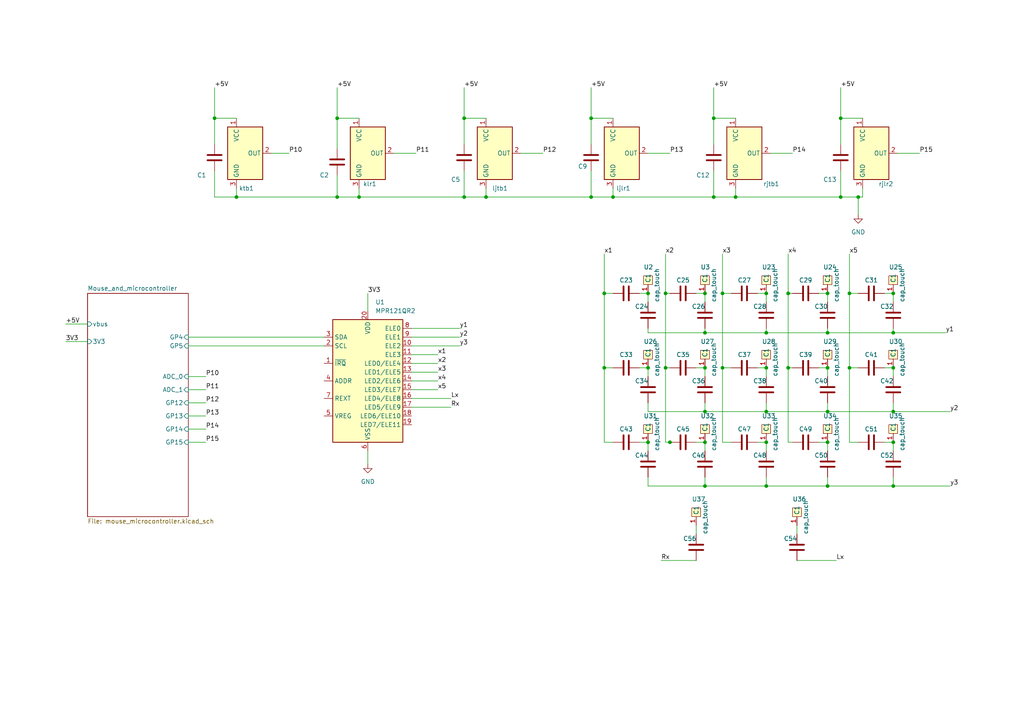
<source format=kicad_sch>
(kicad_sch (version 20230121) (generator eeschema)
  (paper "A4")
  (lib_symbols
    (symbol "Device:C" (pin_numbers hide) (pin_names (offset 0.254))
      (property "Reference" "C" (at 0.635 2.54 0))
      (property "Value" "C" (at 0.635 -2.54 0))
      (symbol "C_0_1"
        (polyline (pts (xy -2.032 -0.762) (xy 2.032 -0.762)) (stroke (width 0.508)))
        (polyline (pts (xy -2.032 0.762) (xy 2.032 0.762)) (stroke (width 0.508)))
      )
      (symbol "C_1_1"
        (pin passive line (at 0 3.81 270) (length 2.794) (name "~") (number "1"))
        (pin passive line (at 0 -3.81 90) (length 2.794) (name "~") (number "2"))
      )
    )
    (symbol "Sensor_Magnetic:DRV5055A1xDBZxQ1"
      (property "Reference" "U" (at 2.54 12.7 0))
      (property "Value" "DRV5055A1xDBZxQ1" (at 2.54 10.16 0))
      (symbol "DRV5055A1xDBZxQ1_1_1"
        (rectangle (start -5.08 7.62) (end 5.08 -7.62) (stroke (width 0.254)) (fill (type background)))
        (pin power_in line (at -2.54 10.16 270) (length 2.54) (name "VCC") (number "1"))
        (pin output line (at 7.62 0 180) (length 2.54) (name "OUT") (number "2"))
        (pin power_in line (at -2.54 -10.16 90) (length 2.54) (name "GND") (number "3"))
      )
    )
    (symbol "Sensor_Touch:MPR121QR2"
      (property "Reference" "U" (at -10.16 19.05 0))
      (property "Value" "MPR121QR2" (at 6.35 19.05 0))
      (symbol "MPR121QR2_0_1"
        (rectangle (start -10.16 17.78) (end 10.16 -17.78) (stroke (width 0.254)) (fill (type background)))
      )
      (symbol "MPR121QR2_1_1"
        (pin open_collector line (at -12.7 5.08 0) (length 2.54) (name "~{IRQ}") (number "1"))
        (pin passive line (at 12.7 10.16 180) (length 2.54) (name "ELE2") (number "10"))
        (pin passive line (at 12.7 7.62 180) (length 2.54) (name "ELE3") (number "11"))
        (pin passive line (at 12.7 5.08 180) (length 2.54) (name "LED0/ELE4") (number "12"))
        (pin passive line (at 12.7 2.54 180) (length 2.54) (name "LED1/ELE5") (number "13"))
        (pin passive line (at 12.7 0 180) (length 2.54) (name "LED2/ELE6") (number "14"))
        (pin passive line (at 12.7 -2.54 180) (length 2.54) (name "LED3/ELE7") (number "15"))
        (pin passive line (at 12.7 -5.08 180) (length 2.54) (name "LED4/ELE8") (number "16"))
        (pin passive line (at 12.7 -7.62 180) (length 2.54) (name "LED5/ELE9") (number "17"))
        (pin passive line (at 12.7 -10.16 180) (length 2.54) (name "LED6/ELE10") (number "18"))
        (pin passive line (at 12.7 -12.7 180) (length 2.54) (name "LED7/ELE11") (number "19"))
        (pin input line (at -12.7 10.16 0) (length 2.54) (name "SCL") (number "2"))
        (pin power_in line (at 0 20.32 270) (length 2.54) (name "VDD") (number "20"))
        (pin bidirectional line (at -12.7 12.7 0) (length 2.54) (name "SDA") (number "3"))
        (pin input line (at -12.7 0 0) (length 2.54) (name "ADDR") (number "4"))
        (pin passive line (at -12.7 -10.16 0) (length 2.54) (name "VREG") (number "5"))
        (pin power_in line (at 0 -20.32 90) (length 2.54) (name "VSS") (number "6"))
        (pin passive line (at -12.7 -5.08 0) (length 2.54) (name "REXT") (number "7"))
        (pin passive line (at 12.7 15.24 180) (length 2.54) (name "ELE0") (number "8"))
        (pin passive line (at 12.7 12.7 180) (length 2.54) (name "ELE1") (number "9"))
      )
    )
    (symbol "power:GND" (power) (pin_names (offset 0))
      (property "Value" "GND" (at 0 -3.81 0))
      (symbol "GND_0_1"
        (polyline (pts (xy 0 0) (xy 0 -1.27) (xy 1.27 -1.27) (xy 0 -2.54) (xy -1.27 -1.27) (xy 0 -1.27)))
      )
      (symbol "GND_1_1"
        (pin power_in line (at 0 0 270) (length 0) hide (name "GND") (number "1"))
      )
    )
    (symbol "touch_keys:cap_touch"
      (property "Reference" "U" (at 1.27 -8.89 0))
      (property "Value" "cap_touch" (at 2.54 1.27 90))
      (symbol "cap_touch_0_1"
        (rectangle (start -1.27 5.08) (end 1.27 2.54) (fill (type background)))
      )
      (symbol "cap_touch_1_1"
        (pin input line (at 0 0 90) (length 2.54) (name "C1") (number "1"))
      )
    )
  )
  (junction (at 140.97 57.15))
  (junction (at 222.25 119.38))
  (junction (at 222.25 85.09))
  (junction (at 204.47 85.09))
  (junction (at 134.62 57.15))
  (junction (at 207.01 34.29))
  (junction (at 246.38 85.09))
  (junction (at 259.08 128.27))
  (junction (at 222.25 140.97))
  (junction (at 207.01 57.15))
  (junction (at 204.47 140.97))
  (junction (at 68.58 57.15))
  (junction (at 209.55 85.09))
  (junction (at 240.03 96.52))
  (junction (at 204.47 119.38))
  (junction (at 240.03 128.27))
  (junction (at 213.36 57.15))
  (junction (at 246.38 106.68))
  (junction (at 240.03 106.68))
  (junction (at 209.55 106.68))
  (junction (at 171.45 57.15))
  (junction (at 175.26 106.68))
  (junction (at 222.25 106.68))
  (junction (at 240.03 85.09))
  (junction (at 104.14 57.15))
  (junction (at 175.26 85.09))
  (junction (at 259.08 119.38))
  (junction (at 97.79 57.15))
  (junction (at 204.47 96.52))
  (junction (at 187.96 85.09))
  (junction (at 243.84 57.15))
  (junction (at 222.25 128.27))
  (junction (at 204.47 128.27))
  (junction (at 193.04 85.09))
  (junction (at 240.03 119.38))
  (junction (at 228.6 85.09))
  (junction (at 193.04 106.68))
  (junction (at 243.84 34.29))
  (junction (at 228.6 106.68))
  (junction (at 204.47 106.68))
  (junction (at 177.8 57.15))
  (junction (at 259.08 96.52))
  (junction (at 194.31 128.27))
  (junction (at 171.45 34.29))
  (junction (at 97.79 34.29))
  (junction (at 134.62 34.29))
  (junction (at 62.23 34.29))
  (junction (at 248.92 57.15))
  (junction (at 187.96 106.68))
  (junction (at 187.96 128.27))
  (junction (at 259.08 85.09))
  (junction (at 259.08 140.97))
  (junction (at 259.08 106.68))
  (junction (at 240.03 140.97))
  (junction (at 222.25 96.52))
  (wire (pts (xy 204.47 106.68) (xy 204.47 109.22)))
  (wire (pts (xy 222.25 85.09) (xy 222.25 87.63)))
  (wire (pts (xy 222.25 119.38) (xy 204.47 119.38)))
  (wire (pts (xy 187.96 106.68) (xy 187.96 109.22)))
  (wire (pts (xy 259.08 106.68) (xy 259.08 109.22)))
  (wire (pts (xy 240.03 95.25) (xy 240.03 96.52)))
  (wire (pts (xy 228.6 106.68) (xy 228.6 85.09)))
  (wire (pts (xy 104.14 57.15) (xy 104.14 54.61)))
  (wire (pts (xy 175.26 85.09) (xy 177.8 85.09)))
  (wire (pts (xy 204.47 140.97) (xy 187.96 140.97)))
  (wire (pts (xy 68.58 57.15) (xy 68.58 54.61)))
  (wire (pts (xy 187.96 138.43) (xy 187.96 140.97)))
  (wire (pts (xy 119.38 105.41) (xy 127 105.41)))
  (wire (pts (xy 222.25 138.43) (xy 222.25 140.97)))
  (wire (pts (xy 219.71 85.09) (xy 222.25 85.09)))
  (wire (pts (xy 209.55 85.09) (xy 212.09 85.09)))
  (wire (pts (xy 237.49 106.68) (xy 240.03 106.68)))
  (wire (pts (xy 246.38 128.27) (xy 246.38 106.68)))
  (wire (pts (xy 201.93 106.68) (xy 204.47 106.68)))
  (wire (pts (xy 114.3 44.45) (xy 120.65 44.45)))
  (wire (pts (xy 185.42 85.09) (xy 187.96 85.09)))
  (wire (pts (xy 213.36 57.15) (xy 243.84 57.15)))
  (wire (pts (xy 256.54 85.09) (xy 259.08 85.09)))
  (wire (pts (xy 240.03 119.38) (xy 222.25 119.38)))
  (wire (pts (xy 250.19 57.15) (xy 248.92 57.15)))
  (wire (pts (xy 260.35 44.45) (xy 266.7 44.45)))
  (wire (pts (xy 219.71 128.27) (xy 222.25 128.27)))
  (wire (pts (xy 171.45 25.4) (xy 171.45 34.29)))
  (wire (pts (xy 54.61 97.79) (xy 93.98 97.79)))
  (wire (pts (xy 240.03 116.84) (xy 240.03 119.38)))
  (wire (pts (xy 140.97 57.15) (xy 171.45 57.15)))
  (wire (pts (xy 222.25 140.97) (xy 204.47 140.97)))
  (wire (pts (xy 240.03 140.97) (xy 222.25 140.97)))
  (wire (pts (xy 187.96 96.52) (xy 187.96 95.25)))
  (wire (pts (xy 204.47 96.52) (xy 187.96 96.52)))
  (wire (pts (xy 229.87 128.27) (xy 228.6 128.27)))
  (wire (pts (xy 62.23 34.29) (xy 68.58 34.29)))
  (wire (pts (xy 68.58 57.15) (xy 62.23 57.15)))
  (wire (pts (xy 68.58 57.15) (xy 97.79 57.15)))
  (wire (pts (xy 259.08 119.38) (xy 240.03 119.38)))
  (wire (pts (xy 194.31 128.27) (xy 193.04 128.27)))
  (wire (pts (xy 231.14 162.56) (xy 242.57 162.56)))
  (wire (pts (xy 259.08 140.97) (xy 275.59 140.97)))
  (wire (pts (xy 175.26 85.09) (xy 175.26 106.68)))
  (wire (pts (xy 62.23 25.4) (xy 62.23 34.29)))
  (wire (pts (xy 104.14 57.15) (xy 134.62 57.15)))
  (wire (pts (xy 240.03 106.68) (xy 240.03 109.22)))
  (wire (pts (xy 119.38 113.03) (xy 127 113.03)))
  (wire (pts (xy 222.25 95.25) (xy 222.25 96.52)))
  (wire (pts (xy 204.47 95.25) (xy 204.47 96.52)))
  (wire (pts (xy 193.04 106.68) (xy 193.04 85.09)))
  (wire (pts (xy 97.79 34.29) (xy 104.14 34.29)))
  (wire (pts (xy 246.38 85.09) (xy 248.92 85.09)))
  (wire (pts (xy 140.97 57.15) (xy 134.62 57.15)))
  (wire (pts (xy 240.03 138.43) (xy 240.03 140.97)))
  (wire (pts (xy 19.05 93.98) (xy 25.4 93.98)))
  (wire (pts (xy 213.36 57.15) (xy 207.01 57.15)))
  (wire (pts (xy 228.6 106.68) (xy 229.87 106.68)))
  (wire (pts (xy 119.38 100.33) (xy 133.35 100.33)))
  (wire (pts (xy 187.96 119.38) (xy 187.96 116.84)))
  (wire (pts (xy 193.04 128.27) (xy 193.04 106.68)))
  (wire (pts (xy 54.61 128.27) (xy 59.69 128.27)))
  (wire (pts (xy 259.08 96.52) (xy 240.03 96.52)))
  (wire (pts (xy 171.45 34.29) (xy 177.8 34.29)))
  (wire (pts (xy 201.93 128.27) (xy 204.47 128.27)))
  (wire (pts (xy 140.97 57.15) (xy 140.97 54.61)))
  (wire (pts (xy 54.61 100.33) (xy 93.98 100.33)))
  (wire (pts (xy 119.38 95.25) (xy 133.35 95.25)))
  (wire (pts (xy 97.79 25.4) (xy 97.79 34.29)))
  (wire (pts (xy 243.84 49.53) (xy 243.84 57.15)))
  (wire (pts (xy 97.79 57.15) (xy 104.14 57.15)))
  (wire (pts (xy 119.38 107.95) (xy 127 107.95)))
  (wire (pts (xy 259.08 138.43) (xy 259.08 140.97)))
  (wire (pts (xy 207.01 25.4) (xy 207.01 34.29)))
  (wire (pts (xy 185.42 106.68) (xy 187.96 106.68)))
  (wire (pts (xy 97.79 50.8) (xy 97.79 57.15)))
  (wire (pts (xy 62.23 41.91) (xy 62.23 34.29)))
  (wire (pts (xy 259.08 95.25) (xy 259.08 96.52)))
  (wire (pts (xy 191.77 162.56) (xy 201.93 162.56)))
  (wire (pts (xy 228.6 128.27) (xy 228.6 106.68)))
  (wire (pts (xy 175.26 73.66) (xy 175.26 85.09)))
  (wire (pts (xy 134.62 41.91) (xy 134.62 34.29)))
  (wire (pts (xy 97.79 43.18) (xy 97.79 34.29)))
  (wire (pts (xy 207.01 49.53) (xy 207.01 57.15)))
  (wire (pts (xy 54.61 116.84) (xy 59.69 116.84)))
  (wire (pts (xy 171.45 49.53) (xy 171.45 57.15)))
  (wire (pts (xy 246.38 106.68) (xy 246.38 85.09)))
  (wire (pts (xy 54.61 124.46) (xy 59.69 124.46)))
  (wire (pts (xy 259.08 119.38) (xy 275.59 119.38)))
  (wire (pts (xy 246.38 73.66) (xy 246.38 85.09)))
  (wire (pts (xy 243.84 25.4) (xy 243.84 34.29)))
  (wire (pts (xy 62.23 49.53) (xy 62.23 57.15)))
  (wire (pts (xy 134.62 49.53) (xy 134.62 57.15)))
  (wire (pts (xy 248.92 57.15) (xy 248.92 62.23)))
  (wire (pts (xy 204.47 119.38) (xy 187.96 119.38)))
  (wire (pts (xy 259.08 140.97) (xy 240.03 140.97)))
  (wire (pts (xy 223.52 44.45) (xy 229.87 44.45)))
  (wire (pts (xy 54.61 109.22) (xy 59.69 109.22)))
  (wire (pts (xy 134.62 25.4) (xy 134.62 34.29)))
  (wire (pts (xy 177.8 57.15) (xy 207.01 57.15)))
  (wire (pts (xy 209.55 73.66) (xy 209.55 85.09)))
  (wire (pts (xy 231.14 152.4) (xy 231.14 154.94)))
  (wire (pts (xy 54.61 113.03) (xy 59.69 113.03)))
  (wire (pts (xy 204.47 85.09) (xy 204.47 87.63)))
  (wire (pts (xy 134.62 34.29) (xy 140.97 34.29)))
  (wire (pts (xy 259.08 116.84) (xy 259.08 119.38)))
  (wire (pts (xy 259.08 128.27) (xy 259.08 130.81)))
  (wire (pts (xy 204.47 116.84) (xy 204.47 119.38)))
  (wire (pts (xy 201.93 85.09) (xy 204.47 85.09)))
  (wire (pts (xy 175.26 106.68) (xy 177.8 106.68)))
  (wire (pts (xy 187.96 44.45) (xy 194.31 44.45)))
  (wire (pts (xy 177.8 57.15) (xy 177.8 54.61)))
  (wire (pts (xy 240.03 85.09) (xy 240.03 87.63)))
  (wire (pts (xy 193.04 85.09) (xy 194.31 85.09)))
  (wire (pts (xy 204.47 128.27) (xy 204.47 130.81)))
  (wire (pts (xy 119.38 102.87) (xy 127 102.87)))
  (wire (pts (xy 201.93 152.4) (xy 201.93 154.94)))
  (wire (pts (xy 212.09 128.27) (xy 209.55 128.27)))
  (wire (pts (xy 259.08 85.09) (xy 259.08 87.63)))
  (wire (pts (xy 171.45 41.91) (xy 171.45 34.29)))
  (wire (pts (xy 246.38 106.68) (xy 248.92 106.68)))
  (wire (pts (xy 250.19 57.15) (xy 250.19 54.61)))
  (wire (pts (xy 209.55 128.27) (xy 209.55 106.68)))
  (wire (pts (xy 193.04 73.66) (xy 193.04 85.09)))
  (wire (pts (xy 187.96 85.09) (xy 187.96 87.63)))
  (wire (pts (xy 222.25 116.84) (xy 222.25 119.38)))
  (wire (pts (xy 54.61 120.65) (xy 59.69 120.65)))
  (wire (pts (xy 193.04 106.68) (xy 194.31 106.68)))
  (wire (pts (xy 185.42 128.27) (xy 187.96 128.27)))
  (wire (pts (xy 219.71 106.68) (xy 222.25 106.68)))
  (wire (pts (xy 78.74 44.45) (xy 83.82 44.45)))
  (wire (pts (xy 209.55 106.68) (xy 209.55 85.09)))
  (wire (pts (xy 19.05 99.06) (xy 25.4 99.06)))
  (wire (pts (xy 256.54 128.27) (xy 259.08 128.27)))
  (wire (pts (xy 240.03 96.52) (xy 222.25 96.52)))
  (wire (pts (xy 248.92 128.27) (xy 246.38 128.27)))
  (wire (pts (xy 243.84 34.29) (xy 250.19 34.29)))
  (wire (pts (xy 207.01 41.91) (xy 207.01 34.29)))
  (wire (pts (xy 175.26 128.27) (xy 175.26 106.68)))
  (wire (pts (xy 177.8 128.27) (xy 175.26 128.27)))
  (wire (pts (xy 119.38 110.49) (xy 127 110.49)))
  (wire (pts (xy 209.55 106.68) (xy 212.09 106.68)))
  (wire (pts (xy 187.96 128.27) (xy 187.96 130.81)))
  (wire (pts (xy 119.38 97.79) (xy 133.35 97.79)))
  (wire (pts (xy 207.01 34.29) (xy 213.36 34.29)))
  (wire (pts (xy 248.92 57.15) (xy 243.84 57.15)))
  (wire (pts (xy 119.38 115.57) (xy 130.81 115.57)))
  (wire (pts (xy 222.25 106.68) (xy 222.25 109.22)))
  (wire (pts (xy 177.8 57.15) (xy 171.45 57.15)))
  (wire (pts (xy 259.08 96.52) (xy 274.32 96.52)))
  (wire (pts (xy 106.68 85.09) (xy 106.68 90.17)))
  (wire (pts (xy 119.38 118.11) (xy 130.81 118.11)))
  (wire (pts (xy 228.6 85.09) (xy 229.87 85.09)))
  (wire (pts (xy 195.58 128.27) (xy 194.31 128.27)))
  (wire (pts (xy 240.03 128.27) (xy 240.03 130.81)))
  (wire (pts (xy 243.84 41.91) (xy 243.84 34.29)))
  (wire (pts (xy 237.49 85.09) (xy 240.03 85.09)))
  (wire (pts (xy 228.6 73.66) (xy 228.6 85.09)))
  (wire (pts (xy 222.25 96.52) (xy 204.47 96.52)))
  (wire (pts (xy 106.68 130.81) (xy 106.68 134.62)))
  (wire (pts (xy 151.13 44.45) (xy 157.48 44.45)))
  (wire (pts (xy 256.54 106.68) (xy 259.08 106.68)))
  (wire (pts (xy 213.36 57.15) (xy 213.36 54.61)))
  (wire (pts (xy 222.25 128.27) (xy 222.25 130.81)))
  (wire (pts (xy 204.47 138.43) (xy 204.47 140.97)))
  (wire (pts (xy 237.49 128.27) (xy 240.03 128.27)))
  (label "+5V" (at 19.05 93.98 0))
  (label "x1" (at 127 102.87 0))
  (label "3V3" (at 19.05 99.06 0))
  (label "y3" (at 275.59 140.97 0))
  (label "P15" (at 266.7 44.45 0))
  (label "+5V" (at 62.23 25.4 0))
  (label "P14" (at 229.87 44.45 0))
  (label "+5V" (at 97.79 25.4 0))
  (label "y2" (at 133.35 97.79 0))
  (label "P15" (at 59.69 128.27 0))
  (label "+5V" (at 243.84 25.4 0))
  (label "x3" (at 209.55 73.66 0))
  (label "x3" (at 127 107.95 0))
  (label "y1" (at 274.32 96.52 0))
  (label "P10" (at 59.69 109.22 0))
  (label "x5" (at 127 113.03 0))
  (label "x4" (at 127 110.49 0))
  (label "3V3" (at 106.68 85.09 0))
  (label "Rx" (at 130.81 118.11 0))
  (label "Rx" (at 191.77 162.56 0))
  (label "Lx" (at 242.57 162.56 0))
  (label "Lx" (at 130.81 115.57 0))
  (label "+5V" (at 134.62 25.4 0))
  (label "P13" (at 194.31 44.45 0))
  (label "P14" (at 59.69 124.46 0))
  (label "P11" (at 59.69 113.03 0))
  (label "x5" (at 246.38 73.66 0))
  (label "y1" (at 133.35 95.25 0))
  (label "x2" (at 193.04 73.66 0))
  (label "P11" (at 120.65 44.45 0))
  (label "x2" (at 127 105.41 0))
  (label "P12" (at 59.69 116.84 0))
  (label "y3" (at 133.35 100.33 0))
  (label "P13" (at 59.69 120.65 0))
  (label "x4" (at 228.6 73.66 0))
  (label "P12" (at 157.48 44.45 0))
  (label "+5V" (at 171.45 25.4 0))
  (label "P10" (at 83.82 44.45 0))
  (label "y2" (at 275.59 119.38 0))
  (label "+5V" (at 207.01 25.4 0))
  (label "x1" (at 175.26 73.66 0))
  (symbol (lib_id "touch_keys:cap_touch") (at 222.25 128.27 0) (unit 1)
    (property "Reference" "U33" (at 220.98 120.65 0) (effects (justify left)))
    (property "Value" "cap_touch" (at 224.79 130.81 90) (effects (justify left)))
    (property "Footprint" "42QT1481:cap_touch" (effects hide))
  )
  (symbol (lib_id "touch_keys:cap_touch") (at 240.03 106.68 0) (unit 1)
    (property "Reference" "U29" (at 238.76 99.06 0) (effects (justify left)))
    (property "Value" "cap_touch" (at 242.57 109.22 90) (effects (justify left)))
    (property "Footprint" "42QT1481:cap_touch" (effects hide))
  )
  (symbol (lib_id "Sensor_Magnetic:DRV5055A1xDBZxQ1") (at 143.51 44.45 0) (unit 1)
    (property "Reference" "ljtb1" (at 147.32 54.61 0) (effects (justify right)))
    (property "Value" "DRV505" (effects hide))
    (property "Footprint" "Package_TO_SOT_SMD:SOT-23" (effects hide))
    (property "Datasheet" "https://www.ti.com/lit/ds/symlink/drv5055-q1.pdf" (effects hide))
  )
  (symbol (lib_id "Device:C") (at 252.73 85.09 90) (unit 1)
    (property "Reference" "C31" (at 252.73 81.28 90))
    (property "Value" "50pF" (effects hide))
    (property "Footprint" "Capacitor_Tantalum_SMD:CP_EIA-1608-10_AVX-L_Pad1.25x1.05mm_HandSolder" (effects hide))
  )
  (symbol (lib_id "Device:C") (at 62.23 45.72 0) (unit 1)
    (property "Reference" "C1" (at 57.15 50.8 0) (effects (justify left)))
    (property "Value" "0.01uf" (effects hide))
    (property "Footprint" "Capacitor_Tantalum_SMD:CP_EIA-3528-12_Kemet-T_Pad1.50x2.35mm_HandSolder" (effects hide))
  )
  (symbol (lib_id "Device:C") (at 181.61 106.68 90) (unit 1)
    (property "Reference" "C33" (at 181.61 102.87 90))
    (property "Value" "50pF" (effects hide))
    (property "Footprint" "Capacitor_Tantalum_SMD:CP_EIA-1608-10_AVX-L_Pad1.25x1.05mm_HandSolder" (effects hide))
  )
  (symbol (lib_id "Device:C") (at 215.9 106.68 90) (unit 1)
    (property "Reference" "C37" (at 215.9 102.87 90))
    (property "Value" "50pF" (effects hide))
    (property "Footprint" "Capacitor_Tantalum_SMD:CP_EIA-1608-10_AVX-L_Pad1.25x1.05mm_HandSolder" (effects hide))
  )
  (symbol (lib_id "touch_keys:cap_touch") (at 222.25 106.68 0) (unit 1)
    (property "Reference" "U28" (at 220.98 99.06 0) (effects (justify left)))
    (property "Value" "cap_touch" (at 224.79 109.22 90) (effects (justify left)))
    (property "Footprint" "42QT1481:cap_touch" (effects hide))
  )
  (symbol (lib_id "Device:C") (at 187.96 113.03 0) (unit 1)
    (property "Reference" "C34" (at 184.15 110.49 0) (effects (justify left)))
    (property "Value" "50pF" (effects hide))
    (property "Footprint" "Capacitor_Tantalum_SMD:CP_EIA-1608-10_AVX-L_Pad1.25x1.05mm_HandSolder" (effects hide))
  )
  (symbol (lib_id "Device:C") (at 134.62 45.72 0) (unit 1)
    (property "Reference" "C5" (at 130.81 52.07 0) (effects (justify left)))
    (property "Value" "0.01uf" (effects hide))
    (property "Footprint" "Capacitor_Tantalum_SMD:CP_EIA-3528-12_Kemet-T_Pad1.50x2.35mm_HandSolder" (effects hide))
  )
  (symbol (lib_id "Device:C") (at 259.08 91.44 0) (unit 1)
    (property "Reference" "C32" (at 255.27 88.9 0) (effects (justify left)))
    (property "Value" "50pF" (effects hide))
    (property "Footprint" "Capacitor_Tantalum_SMD:CP_EIA-1608-10_AVX-L_Pad1.25x1.05mm_HandSolder" (effects hide))
  )
  (symbol (lib_id "Device:C") (at 187.96 91.44 0) (unit 1)
    (property "Reference" "C24" (at 184.15 88.9 0) (effects (justify left)))
    (property "Value" "50pF" (effects hide))
    (property "Footprint" "Capacitor_Tantalum_SMD:CP_EIA-1608-10_AVX-L_Pad1.25x1.05mm_HandSolder" (effects hide))
  )
  (symbol (lib_id "touch_keys:cap_touch") (at 204.47 106.68 0) (unit 1)
    (property "Reference" "U27" (at 203.2 99.06 0) (effects (justify left)))
    (property "Value" "cap_touch" (at 207.01 109.22 90) (effects (justify left)))
    (property "Footprint" "42QT1481:cap_touch" (effects hide))
  )
  (symbol (lib_id "Device:C") (at 231.14 158.75 0) (unit 1)
    (property "Reference" "C54" (at 227.33 156.21 0) (effects (justify left)))
    (property "Value" "50pF" (effects hide))
    (property "Footprint" "Capacitor_Tantalum_SMD:CP_EIA-1608-10_AVX-L_Pad1.25x1.05mm_HandSolder" (effects hide))
  )
  (symbol (lib_id "touch_keys:cap_touch") (at 187.96 128.27 0) (unit 1)
    (property "Reference" "U31" (at 186.69 120.65 0) (effects (justify left)))
    (property "Value" "cap_touch" (at 190.5 130.81 90) (effects (justify left)))
    (property "Footprint" "42QT1481:cap_touch" (effects hide))
  )
  (symbol (lib_id "touch_keys:cap_touch") (at 222.25 85.09 0) (unit 1)
    (property "Reference" "U23" (at 220.98 77.47 0) (effects (justify left)))
    (property "Value" "cap_touch" (at 224.79 87.63 90) (effects (justify left)))
    (property "Footprint" "42QT1481:cap_touch" (effects hide))
  )
  (symbol (lib_id "Device:C") (at 187.96 134.62 0) (unit 1)
    (property "Reference" "C44" (at 184.15 132.08 0) (effects (justify left)))
    (property "Value" "50pF" (effects hide))
    (property "Footprint" "Capacitor_Tantalum_SMD:CP_EIA-1608-10_AVX-L_Pad1.25x1.05mm_HandSolder" (effects hide))
  )
  (symbol (lib_id "Device:C") (at 252.73 106.68 90) (unit 1)
    (property "Reference" "C41" (at 252.73 102.87 90))
    (property "Value" "50pF" (effects hide))
    (property "Footprint" "Capacitor_Tantalum_SMD:CP_EIA-1608-10_AVX-L_Pad1.25x1.05mm_HandSolder" (effects hide))
  )
  (symbol (lib_id "power:GND") (at 106.68 134.62 0) (unit 1)
    (property "Reference" "#PWR01" (effects hide))
    (property "Value" "GND" (at 106.68 139.7 0))
  )
  (symbol (lib_id "Device:C") (at 198.12 128.27 90) (unit 1)
    (property "Reference" "C45" (at 198.12 124.46 90))
    (property "Value" "50pF" (effects hide))
    (property "Footprint" "Capacitor_Tantalum_SMD:CP_EIA-1608-10_AVX-L_Pad1.25x1.05mm_HandSolder" (effects hide))
  )
  (symbol (lib_id "Device:C") (at 252.73 128.27 90) (unit 1)
    (property "Reference" "C51" (at 252.73 124.46 90))
    (property "Value" "50pF" (effects hide))
    (property "Footprint" "Capacitor_Tantalum_SMD:CP_EIA-1608-10_AVX-L_Pad1.25x1.05mm_HandSolder" (effects hide))
  )
  (symbol (lib_id "Device:C") (at 233.68 85.09 90) (unit 1)
    (property "Reference" "C29" (at 233.68 81.28 90))
    (property "Value" "50pF" (effects hide))
    (property "Footprint" "Capacitor_Tantalum_SMD:CP_EIA-1608-10_AVX-L_Pad1.25x1.05mm_HandSolder" (effects hide))
  )
  (symbol (lib_id "Device:C") (at 240.03 113.03 0) (unit 1)
    (property "Reference" "C40" (at 236.22 110.49 0) (effects (justify left)))
    (property "Value" "50pF" (effects hide))
    (property "Footprint" "Capacitor_Tantalum_SMD:CP_EIA-1608-10_AVX-L_Pad1.25x1.05mm_HandSolder" (effects hide))
  )
  (symbol (lib_id "Device:C") (at 97.79 46.99 0) (unit 1)
    (property "Reference" "C2" (at 92.71 50.8 0) (effects (justify left)))
    (property "Value" "0.01uf" (effects hide))
    (property "Footprint" "Capacitor_Tantalum_SMD:CP_EIA-3528-12_Kemet-T_Pad1.50x2.35mm_HandSolder" (effects hide))
  )
  (symbol (lib_id "Device:C") (at 181.61 85.09 90) (unit 1)
    (property "Reference" "C23" (at 181.61 81.28 90))
    (property "Value" "50pF" (effects hide))
    (property "Footprint" "Capacitor_Tantalum_SMD:CP_EIA-1608-10_AVX-L_Pad1.25x1.05mm_HandSolder" (effects hide))
  )
  (symbol (lib_id "Sensor_Magnetic:DRV5055A1xDBZxQ1") (at 252.73 44.45 0) (unit 1)
    (property "Reference" "rjlr2" (at 259.08 53.34 0) (effects (justify right)))
    (property "Value" "DRV505" (effects hide))
    (property "Footprint" "Package_TO_SOT_SMD:SOT-23" (effects hide))
    (property "Datasheet" "https://www.ti.com/lit/ds/symlink/drv5055-q1.pdf" (effects hide))
  )
  (symbol (lib_id "Sensor_Magnetic:DRV5055A1xDBZxQ1") (at 106.68 44.45 0) (unit 1)
    (property "Reference" "klr1" (at 109.22 53.34 0) (effects (justify right)))
    (property "Footprint" "Package_TO_SOT_SMD:SOT-23" (effects hide))
    (property "Datasheet" "https://www.progrexa.com/file_PDF/OH49E.pdf" (effects hide))
  )
  (symbol (lib_id "touch_keys:cap_touch") (at 231.14 152.4 0) (unit 1)
    (property "Reference" "U36" (at 229.87 144.78 0) (effects (justify left)))
    (property "Value" "cap_touch" (at 233.68 154.94 90) (effects (justify left)))
    (property "Footprint" "42QT1481:cap_touch" (effects hide))
  )
  (symbol (lib_id "Device:C") (at 207.01 45.72 0) (unit 1)
    (property "Reference" "C12" (at 201.93 50.8 0) (effects (justify left)))
    (property "Value" "0.01uf" (effects hide))
    (property "Footprint" "Capacitor_Tantalum_SMD:CP_EIA-3528-12_Kemet-T_Pad1.50x2.35mm_HandSolder" (effects hide))
  )
  (symbol (lib_id "Device:C") (at 259.08 134.62 0) (unit 1)
    (property "Reference" "C52" (at 255.27 132.08 0) (effects (justify left)))
    (property "Value" "50pF" (effects hide))
    (property "Footprint" "Capacitor_Tantalum_SMD:CP_EIA-1608-10_AVX-L_Pad1.25x1.05mm_HandSolder" (effects hide))
  )
  (symbol (lib_id "Device:C") (at 204.47 113.03 0) (unit 1)
    (property "Reference" "C36" (at 200.66 110.49 0) (effects (justify left)))
    (property "Value" "50pF" (effects hide))
    (property "Footprint" "Capacitor_Tantalum_SMD:CP_EIA-1608-10_AVX-L_Pad1.25x1.05mm_HandSolder" (effects hide))
  )
  (symbol (lib_id "Device:C") (at 181.61 128.27 90) (unit 1)
    (property "Reference" "C43" (at 181.61 124.46 90))
    (property "Value" "50pF" (effects hide))
    (property "Footprint" "Capacitor_Tantalum_SMD:CP_EIA-1608-10_AVX-L_Pad1.25x1.05mm_HandSolder" (effects hide))
  )
  (symbol (lib_id "Device:C") (at 201.93 158.75 0) (unit 1)
    (property "Reference" "C56" (at 198.12 156.21 0) (effects (justify left)))
    (property "Value" "50pF" (effects hide))
    (property "Footprint" "Capacitor_Tantalum_SMD:CP_EIA-1608-10_AVX-L_Pad1.25x1.05mm_HandSolder" (effects hide))
  )
  (symbol (lib_id "Device:C") (at 222.25 134.62 0) (unit 1)
    (property "Reference" "C48" (at 218.44 132.08 0) (effects (justify left)))
    (property "Value" "50pF" (effects hide))
    (property "Footprint" "Capacitor_Tantalum_SMD:CP_EIA-1608-10_AVX-L_Pad1.25x1.05mm_HandSolder" (effects hide))
  )
  (symbol (lib_id "Device:C") (at 198.12 106.68 90) (unit 1)
    (property "Reference" "C35" (at 198.12 102.87 90))
    (property "Value" "50pF" (effects hide))
    (property "Footprint" "Capacitor_Tantalum_SMD:CP_EIA-1608-10_AVX-L_Pad1.25x1.05mm_HandSolder" (effects hide))
  )
  (symbol (lib_id "Device:C") (at 259.08 113.03 0) (unit 1)
    (property "Reference" "C42" (at 255.27 110.49 0) (effects (justify left)))
    (property "Value" "50pF" (effects hide))
    (property "Footprint" "Capacitor_Tantalum_SMD:CP_EIA-1608-10_AVX-L_Pad1.25x1.05mm_HandSolder" (effects hide))
  )
  (symbol (lib_id "Sensor_Magnetic:DRV5055A1xDBZxQ1") (at 215.9 44.45 0) (unit 1)
    (property "Reference" "rjtb1" (at 226.06 53.34 0) (effects (justify right)))
    (property "Value" "DRV505" (effects hide))
    (property "Footprint" "Package_TO_SOT_SMD:SOT-23" (effects hide))
    (property "Datasheet" "https://www.ti.com/lit/ds/symlink/drv5055-q1.pdf" (effects hide))
  )
  (symbol (lib_id "Device:C") (at 204.47 134.62 0) (unit 1)
    (property "Reference" "C46" (at 200.66 132.08 0) (effects (justify left)))
    (property "Value" "50pF" (effects hide))
    (property "Footprint" "Capacitor_Tantalum_SMD:CP_EIA-1608-10_AVX-L_Pad1.25x1.05mm_HandSolder" (effects hide))
  )
  (symbol (lib_id "Device:C") (at 215.9 85.09 90) (unit 1)
    (property "Reference" "C27" (at 215.9 81.28 90))
    (property "Value" "50pF" (effects hide))
    (property "Footprint" "Capacitor_Tantalum_SMD:CP_EIA-1608-10_AVX-L_Pad1.25x1.05mm_HandSolder" (effects hide))
  )
  (symbol (lib_id "touch_keys:cap_touch") (at 259.08 106.68 0) (unit 1)
    (property "Reference" "U30" (at 257.81 99.06 0) (effects (justify left)))
    (property "Value" "cap_touch" (at 261.62 109.22 90) (effects (justify left)))
    (property "Footprint" "42QT1481:cap_touch" (effects hide))
  )
  (symbol (lib_id "touch_keys:cap_touch") (at 240.03 128.27 0) (unit 1)
    (property "Reference" "U34" (at 238.76 120.65 0) (effects (justify left)))
    (property "Value" "cap_touch" (at 242.57 130.81 90) (effects (justify left)))
    (property "Footprint" "42QT1481:cap_touch" (effects hide))
  )
  (symbol (lib_id "power:GND") (at 248.92 62.23 0) (unit 1)
    (property "Reference" "#PWR04" (effects hide))
    (property "Value" "GND" (at 248.92 67.31 0))
  )
  (symbol (lib_id "Sensor_Magnetic:DRV5055A1xDBZxQ1") (at 180.34 44.45 0) (unit 1)
    (property "Reference" "ljlr1" (at 182.88 54.61 0) (effects (justify right)))
    (property "Value" "DRV505" (effects hide))
    (property "Footprint" "Package_TO_SOT_SMD:SOT-23" (effects hide))
    (property "Datasheet" "https://www.ti.com/lit/ds/symlink/drv5055-q1.pdf" (effects hide))
  )
  (symbol (lib_id "Device:C") (at 240.03 134.62 0) (unit 1)
    (property "Reference" "C50" (at 236.22 132.08 0) (effects (justify left)))
    (property "Value" "50pF" (effects hide))
    (property "Footprint" "Capacitor_Tantalum_SMD:CP_EIA-1608-10_AVX-L_Pad1.25x1.05mm_HandSolder" (effects hide))
  )
  (symbol (lib_id "Device:C") (at 240.03 91.44 0) (unit 1)
    (property "Reference" "C30" (at 236.22 88.9 0) (effects (justify left)))
    (property "Value" "50pF" (effects hide))
    (property "Footprint" "Capacitor_Tantalum_SMD:CP_EIA-1608-10_AVX-L_Pad1.25x1.05mm_HandSolder" (effects hide))
  )
  (symbol (lib_id "Device:C") (at 204.47 91.44 0) (unit 1)
    (property "Reference" "C26" (at 200.66 88.9 0) (effects (justify left)))
    (property "Value" "50pF" (effects hide))
    (property "Footprint" "Capacitor_Tantalum_SMD:CP_EIA-1608-10_AVX-L_Pad1.25x1.05mm_HandSolder" (effects hide))
  )
  (symbol (lib_id "Sensor_Magnetic:DRV5055A1xDBZxQ1") (at 71.12 44.45 0) (unit 1)
    (property "Reference" "ktb1" (at 73.66 54.61 0) (effects (justify right)))
    (property "Footprint" "Package_TO_SOT_SMD:SOT-23" (effects hide))
    (property "Datasheet" "https://www.progrexa.com/file_PDF/OH49E.pdf" (effects hide))
  )
  (symbol (lib_id "Device:C") (at 198.12 85.09 90) (unit 1)
    (property "Reference" "C25" (at 198.12 81.28 90))
    (property "Value" "50pF" (effects hide))
    (property "Footprint" "Capacitor_Tantalum_SMD:CP_EIA-1608-10_AVX-L_Pad1.25x1.05mm_HandSolder" (effects hide))
  )
  (symbol (lib_id "Device:C") (at 171.45 45.72 0) (unit 1)
    (property "Reference" "C9" (at 167.64 48.26 0) (effects (justify left)))
    (property "Value" "0.01uf" (effects hide))
    (property "Footprint" "Capacitor_Tantalum_SMD:CP_EIA-3528-12_Kemet-T_Pad1.50x2.35mm_HandSolder" (effects hide))
  )
  (symbol (lib_id "touch_keys:cap_touch") (at 259.08 85.09 0) (unit 1)
    (property "Reference" "U25" (at 257.81 77.47 0) (effects (justify left)))
    (property "Value" "cap_touch" (at 261.62 87.63 90) (effects (justify left)))
    (property "Footprint" "42QT1481:cap_touch" (effects hide))
  )
  (symbol (lib_id "touch_keys:cap_touch") (at 259.08 128.27 0) (unit 1)
    (property "Reference" "U35" (at 257.81 120.65 0) (effects (justify left)))
    (property "Value" "cap_touch" (at 261.62 130.81 90) (effects (justify left)))
    (property "Footprint" "42QT1481:cap_touch" (effects hide))
  )
  (symbol (lib_id "Device:C") (at 233.68 106.68 90) (unit 1)
    (property "Reference" "C39" (at 233.68 102.87 90))
    (property "Value" "50pF" (effects hide))
    (property "Footprint" "Capacitor_Tantalum_SMD:CP_EIA-1608-10_AVX-L_Pad1.25x1.05mm_HandSolder" (effects hide))
  )
  (symbol (lib_id "touch_keys:cap_touch") (at 240.03 85.09 0) (unit 1)
    (property "Reference" "U24" (at 238.76 77.47 0) (effects (justify left)))
    (property "Value" "cap_touch" (at 242.57 87.63 90) (effects (justify left)))
    (property "Footprint" "42QT1481:cap_touch" (effects hide))
  )
  (symbol (lib_id "Sensor_Touch:MPR121QR2") (at 106.68 110.49 0) (unit 1)
    (property "Reference" "U1" (at 108.8741 87.63 0) (effects (justify left)))
    (property "Value" "MPR121QR2" (at 108.8741 90.17 0) (effects (justify left)))
    (property "Footprint" "Package_DFN_QFN:UQFN-20_3x3mm_P0.4mm" (effects hide))
    (property "Datasheet" "https://resurgentsemi.com/wp-content/uploads/2018/09/MPR121_rev5-Resurgent.pdf?d453f8&d453f8" (effects hide))
  )
  (symbol (lib_id "Device:C") (at 215.9 128.27 90) (unit 1)
    (property "Reference" "C47" (at 215.9 124.46 90))
    (property "Value" "50pF" (effects hide))
    (property "Footprint" "Capacitor_Tantalum_SMD:CP_EIA-1608-10_AVX-L_Pad1.25x1.05mm_HandSolder" (effects hide))
  )
  (symbol (lib_id "touch_keys:cap_touch") (at 204.47 128.27 0) (unit 1)
    (property "Reference" "U32" (at 203.2 120.65 0) (effects (justify left)))
    (property "Value" "cap_touch" (at 207.01 130.81 90) (effects (justify left)))
    (property "Footprint" "42QT1481:cap_touch" (effects hide))
  )
  (symbol (lib_id "touch_keys:cap_touch") (at 201.93 152.4 0) (unit 1)
    (property "Reference" "U37" (at 200.66 144.78 0) (effects (justify left)))
    (property "Value" "cap_touch" (at 204.47 154.94 90) (effects (justify left)))
    (property "Footprint" "42QT1481:cap_touch" (effects hide))
  )
  (symbol (lib_id "touch_keys:cap_touch") (at 204.47 85.09 0) (unit 1)
    (property "Reference" "U3" (at 203.2 77.47 0) (effects (justify left)))
    (property "Value" "cap_touch" (at 207.01 87.63 90) (effects (justify left)))
    (property "Footprint" "42QT1481:cap_touch" (effects hide))
  )
  (symbol (lib_id "Device:C") (at 233.68 128.27 90) (unit 1)
    (property "Reference" "C49" (at 233.68 124.46 90))
    (property "Value" "50pF" (effects hide))
    (property "Footprint" "Capacitor_Tantalum_SMD:CP_EIA-1608-10_AVX-L_Pad1.25x1.05mm_HandSolder" (effects hide))
  )
  (symbol (lib_id "touch_keys:cap_touch") (at 187.96 85.09 0) (unit 1)
    (property "Reference" "U2" (at 186.69 77.47 0) (effects (justify left)))
    (property "Value" "cap_touch" (at 190.5 87.63 90) (effects (justify left)))
    (property "Footprint" "42QT1481:cap_touch" (effects hide))
  )
  (symbol (lib_id "touch_keys:cap_touch") (at 187.96 106.68 0) (unit 1)
    (property "Reference" "U26" (at 186.69 99.06 0) (effects (justify left)))
    (property "Value" "cap_touch" (at 190.5 109.22 90) (effects (justify left)))
    (property "Footprint" "42QT1481:cap_touch" (effects hide))
  )
  (symbol (lib_id "Device:C") (at 243.84 45.72 0) (unit 1)
    (property "Reference" "C13" (at 238.76 52.07 0) (effects (justify left)))
    (property "Value" "0.01uf" (effects hide))
    (property "Footprint" "Capacitor_Tantalum_SMD:CP_EIA-3528-12_Kemet-T_Pad1.50x2.35mm_HandSolder" (effects hide))
  )
  (symbol (lib_id "Device:C") (at 222.25 91.44 0) (unit 1)
    (property "Reference" "C28" (at 218.44 88.9 0) (effects (justify left)))
    (property "Value" "50pF" (effects hide))
    (property "Footprint" "Capacitor_Tantalum_SMD:CP_EIA-1608-10_AVX-L_Pad1.25x1.05mm_HandSolder" (effects hide))
  )
  (symbol (lib_id "Device:C") (at 222.25 113.03 0) (unit 1)
    (property "Reference" "C38" (at 218.44 110.49 0) (effects (justify left)))
    (property "Value" "50pF" (effects hide))
    (property "Footprint" "Capacitor_Tantalum_SMD:CP_EIA-1608-10_AVX-L_Pad1.25x1.05mm_HandSolder" (effects hide))
  )
  (sheet (at 25.4 85.09) (size 29.21 64.77) (stroke (width 0.1524))
    (property "Sheetname" "Mouse_and_microcontroller" (at 25.4 84.3784 0) (effects (justify left bottom)))
    (property "Sheetfile" "mouse_microcontroller.kicad_sch" (at 25.4 150.4446 0) (effects (justify left top)))
    (pin "vbus" input (at 25.4 93.98 180))
    (pin "3V3" input (at 25.4 99.06 180))
    (pin "GP4" input (at 54.61 97.79 0))
    (pin "GP5" input (at 54.61 100.33 0))
    (pin "ADC_0" input (at 54.61 109.22 0))
    (pin "ADC_1" input (at 54.61 113.03 0))
    (pin "GP12" input (at 54.61 116.84 0))
    (pin "GP13" input (at 54.61 120.65 0))
    (pin "GP14" input (at 54.61 124.46 0))
    (pin "GP15" input (at 54.61 128.27 0))
  )
)
</source>
